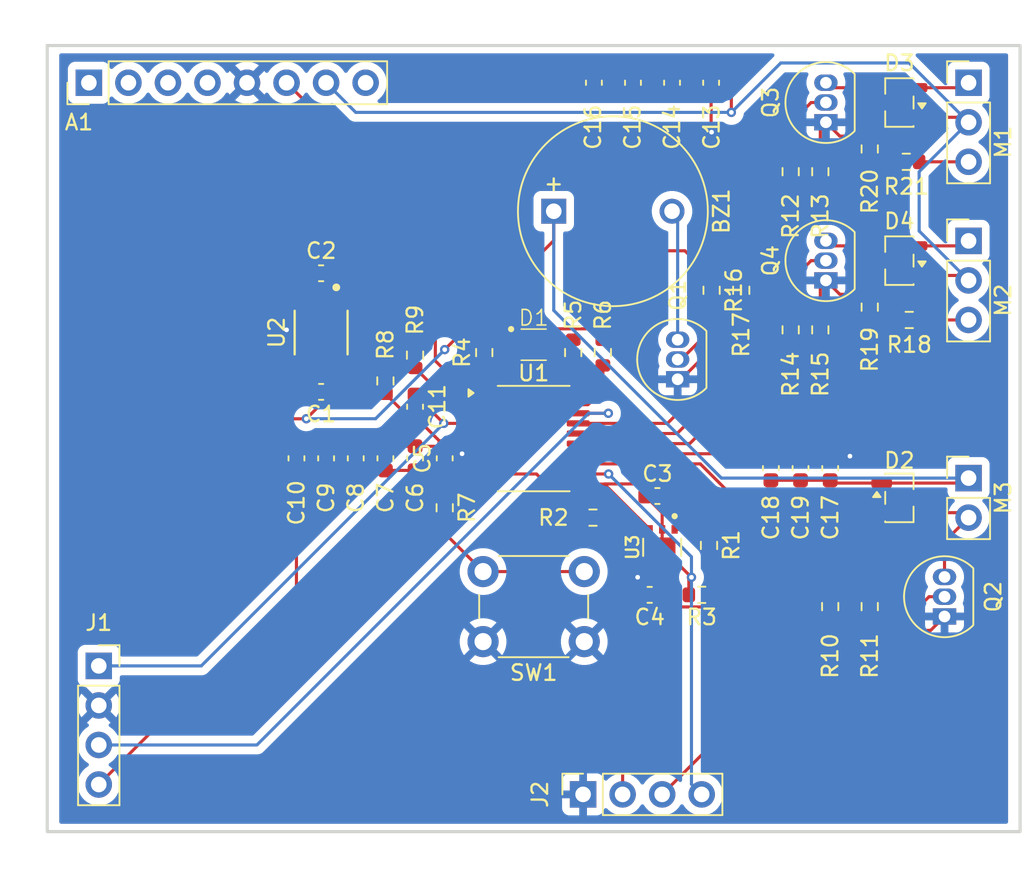
<source format=kicad_pcb>
(kicad_pcb (version 20241229) (generator "pcbnew") (generator_version "9.0")
  (layers (0 "F.Cu" signal) (2 "B.Cu" signal) (13 "F.Paste" user) (15 "B.Paste" user) (5 "F.SilkS" user "F.Silkscreen") (7 "B.SilkS" user "B.Silkscreen") (1 "F.Mask" user) (3 "B.Mask" user) (25 "Edge.Cuts" user))
  (net 0 "")
  (net 1 "+BATT")
  (net 2 "+5V")
  (net 6 "GND")
  (net 9 "+3V3")
  (net 10 "Net-(BZ1--)")
  (net 11 "Net-(U3-VDD)")
  (net 12 "Net-(U1-VCAP)")
  (net 13 "RESET")
  (net 14 "Net-(D1-RK)")
  (net 15 "Net-(D1-BK)")
  (net 16 "Net-(D1-GK)")
  (net 17 "SWIM")
  (net 18 "SCL")
  (net 19 "SDA")
  (net 20 "Net-(M1-Tacho)")
  (net 21 "Net-(D3-A)")
  (net 22 "Net-(D4-A)")
  (net 23 "Net-(M2-Tacho)")
  (net 24 "Net-(D2-A)")
  (net 25 "Net-(Q1-G)")
  (net 26 "Net-(Q2-G)")
  (net 27 "Net-(Q3-G)")
  (net 28 "Net-(Q4-G)")
  (net 29 "LED_RED")
  (net 30 "LED_GREEN")
  (net 31 "LED_BLUE")
  (net 32 "ERM_MOTOR")
  (net 33 "FAN_1")
  (net 34 "FAN_2")
  (net 35 "BUZZER")
  (net 36 "FAN_2_TACHO")
  (net 37 "FAN_1_TACHO")
  (net 39 "Net-(U1-PD6)")
  (net 40 "Net-(U1-PA3)")
  (footprint "Resistor_SMD:R_0603_1608Metric" (layer "F.Cu") (at 148.59 96.075 90)
    (property "Reference" "R5" (at 2.4125 0 90) (layer "F.SilkS"))
    (property "Value" "0")
    (pad "1" smd roundrect (at -0.825 0 90) (size 0.8 0.95) (layers "F.Cu" "F.Mask" "F.Paste") (net 30 "LED_GREEN"))
    (pad "2" smd roundrect (at 0.825 0 90) (size 0.8 0.95) (layers "F.Cu" "F.Mask" "F.Paste") (net 16 "Net-(D1-GK)"))
  )
  (footprint "Package_TO_SOT_THT:TO-92_Inline" (layer "F.Cu") (at 164.825 81.28 90)
    (property "Reference" "Q3" (at 1.27 -3.56 90) (layer "F.SilkS"))
    (property "Value" "2N7000")
    (pad "1" thru_hole rect (at 0 0 90) (size 1.05 1.5) (drill 0.75) (layers "*.Cu" "*.Mask") (net 6 "GND"))
    (pad "2" thru_hole oval (at 1.27 0 90) (size 1.05 1.5) (drill 0.75) (layers "*.Cu" "*.Mask") (net 27 "Net-(Q3-G)"))
    (pad "3" thru_hole oval (at 2.54 0 90) (size 1.05 1.5) (drill 0.75) (layers "*.Cu" "*.Mask") (net 21 "Net-(D3-A)"))
  )
  (footprint "Connector_PinHeader_2.54mm:PinHeader_1x03_P2.54mm_Vertical" (layer "F.Cu") (at 173.99 78.74)
    (property "Reference" "M1" (at 2.2225 3.81 90) (layer "F.SilkS"))
    (property "Value" "Fan_3pin")
    (pad "1" thru_hole rect (at 0 0) (size 1.7 1.7) (drill 1) (layers "*.Cu" "*.Mask") (net 21 "Net-(D3-A)"))
    (pad "2" thru_hole circle (at 0 2.54) (size 1.7 1.7) (drill 1) (layers "*.Cu" "*.Mask") (net 2 "+5V"))
    (pad "3" thru_hole circle (at 0 5.08) (size 1.7 1.7) (drill 1) (layers "*.Cu" "*.Mask") (net 20 "Net-(M1-Tacho)"))
  )
  (footprint "Resistor_SMD:R_0603_1608Metric" (layer "F.Cu") (at 142.875 96.075 90)
    (property "Reference" "R4" (at 0 -1.43 90) (layer "F.SilkS"))
    (property "Value" "62")
    (pad "1" smd roundrect (at -0.825 0 90) (size 0.8 0.95) (layers "F.Cu" "F.Mask" "F.Paste") (net 29 "LED_RED"))
    (pad "2" smd roundrect (at 0.825 0 90) (size 0.8 0.95) (layers "F.Cu" "F.Mask" "F.Paste") (net 14 "Net-(D1-RK)"))
  )
  (footprint "footprints:XCDR_SGP40-D-R4" (layer "F.Cu") (at 154.305 108.585 -90)
    (property "Reference" "U3" (at 0 1.905 90) (layer "F.SilkS") (effects (font (size 0.8 0.8))))
    (property "Value" "SGP40-D-R4")
    (pad "1" smd rect (at -1.15 -0.8 270) (size 0.55 0.4) (layers "F.Cu" "F.Mask" "F.Paste") (net 11 "Net-(U3-VDD)"))
    (pad "2" smd rect (at -1.15 0 270) (size 0.55 0.4) (layers "F.Cu" "F.Mask" "F.Paste") (net 6 "GND"))
    (pad "3" smd rect (at -1.15 0.8 270) (size 0.55 0.4) (layers "F.Cu" "F.Mask" "F.Paste") (net 19 "SDA"))
    (pad "4" smd rect (at 1.15 0.8 270) (size 0.55 0.4) (layers "F.Cu" "F.Mask" "F.Paste") (net 6 "GND"))
    (pad "5" smd rect (at 1.15 0 270) (size 0.55 0.4) (layers "F.Cu" "F.Mask" "F.Paste") (net 9 "+3V3"))
    (pad "6" smd rect (at 1.15 -0.8 270) (size 0.55 0.4) (layers "F.Cu" "F.Mask" "F.Paste") (net 18 "SCL"))
    (pad "7" smd custom (at 0 0 270) (size 1 1) (layers "F.Cu") (net 6 "GND") (options (clearance outline) (anchor rect)) (primitives (gr_poly (pts (xy -0.625 0.85) (xy -0.625 -0.55) (xy -0.325 -0.85) (xy 0.625 -0.85) (xy 0.625 0.85)) (width 0.01) (fill yes))))
  )
  (footprint "Resistor_SMD:R_0603_1608Metric" (layer "F.Cu") (at 157.315 108.465 -90)
    (property "Reference" "R1" (at 0 -1.435 90) (layer "F.SilkS"))
    (property "Value" "4.7")
    (pad "1" smd roundrect (at -0.825 0 270) (size 0.8 0.95) (layers "F.Cu" "F.Mask" "F.Paste") (net 11 "Net-(U3-VDD)"))
    (pad "2" smd roundrect (at 0.825 0 270) (size 0.8 0.95) (layers "F.Cu" "F.Mask" "F.Paste") (net 9 "+3V3"))
  )
  (footprint "Capacitor_SMD:C_0603_1608Metric" (layer "F.Cu") (at 165.1 103.505 90)
    (property "Reference" "C17" (at -3.175 0 90) (layer "F.SilkS"))
    (property "Value" "220 nF")
    (pad "1" smd roundrect (at -0.775 0 90) (size 0.9 0.95) (layers "F.Cu" "F.Mask" "F.Paste") (net 9 "+3V3"))
    (pad "2" smd roundrect (at 0.775 0 90) (size 0.9 0.95) (layers "F.Cu" "F.Mask" "F.Paste") (net 6 "GND"))
  )
  (footprint "footprints:T2133BGR" (layer "F.Cu") (at 146.05 95.5675 180)
    (property "Reference" "D1" (at 0 1.7225 0) (layer "F.SilkS") (effects (font (thickness 0.1))))
    (property "Value" "LED_ARGB")
    (pad "1" smd roundrect (at 0.8 0.5 180) (size 1 0.7) (layers "F.Cu" "F.Mask" "F.Paste") (roundrect_rratio 0.15) (net 9 "+3V3"))
    (pad "2" smd roundrect (at 0.8 -0.5 180) (size 1 0.7) (layers "F.Cu" "F.Mask" "F.Paste") (roundrect_rratio 0.15) (net 14 "Net-(D1-RK)"))
    (pad "3" smd roundrect (at -0.8 -0.5 180) (size 1 0.7) (layers "F.Cu" "F.Mask" "F.Paste") (roundrect_rratio 0.15) (net 16 "Net-(D1-GK)"))
    (pad "4" smd roundrect (at -0.8 0.5 180) (size 1 0.7) (layers "F.Cu" "F.Mask" "F.Paste") (roundrect_rratio 0.15) (net 15 "Net-(D1-BK)"))
  )
  (footprint "Capacitor_SMD:C_0603_1608Metric" (layer "F.Cu") (at 132.395001 90.980001 180)
    (property "Reference" "C2" (at -0.002499 1.445001 0) (layer "F.SilkS"))
    (property "Value" "1 uF")
    (pad "1" smd roundrect (at -0.775 0 180) (size 0.9 0.95) (layers "F.Cu" "F.Mask" "F.Paste") (net 1 "+BATT"))
    (pad "2" smd roundrect (at 0.775 0 180) (size 0.9 0.95) (layers "F.Cu" "F.Mask" "F.Paste") (net 6 "GND"))
  )
  (footprint "Package_TO_SOT_SMD:SOT-23-3" (layer "F.Cu") (at 169.545 80.01 180)
    (property "Reference" "D3" (at 0 2.54 0) (layer "F.SilkS"))
    (property "Value" "D_Schottky")
    (pad "1" smd roundrect (at -1.1375 -0.95 180) (size 1.325 0.6) (layers "F.Cu" "F.Mask" "F.Paste") (net 2 "+5V"))
    (pad "2" smd roundrect (at -1.1375 0.95 180) (size 1.325 0.6) (layers "F.Cu" "F.Mask" "F.Paste") (net 21 "Net-(D3-A)"))
    (pad "3" smd roundrect (at 1.1375 0 180) (size 1.325 0.6) (layers "F.Cu" "F.Mask" "F.Paste"))
  )
  (footprint "Connector_PinSocket_2.54mm:PinSocket_1x04_P2.54mm_Vertical" (layer "F.Cu") (at 149.225 124.46 90)
    (property "Reference" "J2" (at 0 -2.77 270) (layer "F.SilkS"))
    (property "Value" "I2C Breakout")
    (pad "1" thru_hole rect (at 0 0 90) (size 1.7 1.7) (drill 1) (layers "*.Cu" "*.Mask") (net 6 "GND"))
    (pad "2" thru_hole circle (at 0 2.54 90) (size 1.7 1.7) (drill 1) (layers "*.Cu" "*.Mask") (net 9 "+3V3"))
    (pad "3" thru_hole circle (at 0 5.08 90) (size 1.7 1.7) (drill 1) (layers "*.Cu" "*.Mask") (net 19 "SDA"))
    (pad "4" thru_hole circle (at 0 7.62 90) (size 1.7 1.7) (drill 1) (layers "*.Cu" "*.Mask") (net 18 "SCL"))
  )
  (footprint "Capacitor_SMD:C_0603_1608Metric" (layer "F.Cu") (at 153.505 111.64 180)
    (property "Reference" "C4" (at 0 -1.43 0) (layer "F.SilkS"))
    (property "Value" "1 uF")
    (pad "1" smd roundrect (at -0.775 0 180) (size 0.9 0.95) (layers "F.Cu" "F.Mask" "F.Paste") (net 9 "+3V3"))
    (pad "2" smd roundrect (at 0.775 0 180) (size 0.9 0.95) (layers "F.Cu" "F.Mask" "F.Paste") (net 6 "GND"))
  )
  (footprint "Resistor_SMD:R_0603_1608Metric" (layer "F.Cu") (at 167.64 82.995 90)
    (property "Reference" "R20" (at -2.73 0 90) (layer "F.SilkS"))
    (property "Value" "6.8k")
    (pad "1" smd roundrect (at -0.825 0 90) (size 0.8 0.95) (layers "F.Cu" "F.Mask" "F.Paste") (net 37 "FAN_1_TACHO"))
    (pad "2" smd roundrect (at 0.825 0 90) (size 0.8 0.95) (layers "F.Cu" "F.Mask" "F.Paste") (net 6 "GND"))
  )
  (footprint "Connector_PinHeader_2.54mm:PinHeader_1x03_P2.54mm_Vertical" (layer "F.Cu") (at 173.99 88.9)
    (property "Reference" "M2" (at 2.2225 3.81 90) (layer "F.SilkS"))
    (property "Value" "Fan_3pin")
    (pad "1" thru_hole rect (at 0 0) (size 1.7 1.7) (drill 1) (layers "*.Cu" "*.Mask") (net 22 "Net-(D4-A)"))
    (pad "2" thru_hole circle (at 0 2.54) (size 1.7 1.7) (drill 1) (layers "*.Cu" "*.Mask") (net 2 "+5V"))
    (pad "3" thru_hole circle (at 0 5.08) (size 1.7 1.7) (drill 1) (layers "*.Cu" "*.Mask") (net 23 "Net-(M2-Tacho)"))
  )
  (footprint "Resistor_SMD:R_0603_1608Metric" (layer "F.Cu") (at 140.335 106.045 -90)
    (property "Reference" "R7" (at 0 -1.43 90) (layer "F.SilkS"))
    (property "Value" "11k")
    (pad "1" smd roundrect (at -0.825 0 270) (size 0.8 0.95) (layers "F.Cu" "F.Mask" "F.Paste") (net 9 "+3V3"))
    (pad "2" smd roundrect (at 0.825 0 270) (size 0.8 0.95) (layers "F.Cu" "F.Mask" "F.Paste") (net 40 "Net-(U1-PA3)"))
  )
  (footprint "Resistor_SMD:R_0603_1608Metric" (layer "F.Cu") (at 167.64 112.395 -90)
    (property "Reference" "R11" (at 3.175 0 90) (layer "F.SilkS"))
    (property "Value" "220")
    (pad "1" smd roundrect (at -0.825 0 270) (size 0.8 0.95) (layers "F.Cu" "F.Mask" "F.Paste") (net 32 "ERM_MOTOR"))
    (pad "2" smd roundrect (at 0.825 0 270) (size 0.8 0.95) (layers "F.Cu" "F.Mask" "F.Paste") (net 26 "Net-(Q2-G)"))
  )
  (footprint "Package_TO_SOT_THT:TO-92_Inline" (layer "F.Cu") (at 155.3 97.79 90)
    (property "Reference" "Q1" (at 5.3975 0 90) (layer "F.SilkS"))
    (property "Value" "2N7000")
    (pad "1" thru_hole rect (at 0 0 90) (size 1.05 1.5) (drill 0.75) (layers "*.Cu" "*.Mask") (net 6 "GND"))
    (pad "2" thru_hole oval (at 1.27 0 90) (size 1.05 1.5) (drill 0.75) (layers "*.Cu" "*.Mask") (net 25 "Net-(Q1-G)"))
    (pad "3" thru_hole oval (at 2.54 0 90) (size 1.05 1.5) (drill 0.75) (layers "*.Cu" "*.Mask") (net 10 "Net-(BZ1--)"))
  )
  (footprint "Resistor_SMD:R_0603_1608Metric" (layer "F.Cu") (at 157.48 92.075 -90)
    (property "Reference" "R16" (at 0 -1.43 90) (layer "F.SilkS"))
    (property "Value" "220")
    (pad "1" smd roundrect (at -0.825 0 270) (size 0.8 0.95) (layers "F.Cu" "F.Mask" "F.Paste") (net 35 "BUZZER"))
    (pad "2" smd roundrect (at 0.825 0 270) (size 0.8 0.95) (layers "F.Cu" "F.Mask" "F.Paste") (net 25 "Net-(Q1-G)"))
  )
  (footprint "Capacitor_SMD:C_0603_1608Metric" (layer "F.Cu") (at 136.525 102.87 90)
    (property "Reference" "C7" (at -2.54 0 90) (layer "F.SilkS"))
    (property "Value" "100 nF")
    (pad "1" smd roundrect (at -0.775 0 90) (size 0.9 0.95) (layers "F.Cu" "F.Mask" "F.Paste") (net 9 "+3V3"))
    (pad "2" smd roundrect (at 0.775 0 90) (size 0.9 0.95) (layers "F.Cu" "F.Mask" "F.Paste") (net 6 "GND"))
  )
  (footprint "Capacitor_SMD:C_0603_1608Metric" (layer "F.Cu") (at 154.94 78.74 -90)
    (property "Reference" "C14" (at 2.8575 0 90) (layer "F.SilkS"))
    (property "Value" "1 uF")
    (pad "1" smd roundrect (at -0.775 0 270) (size 0.9 0.95) (layers "F.Cu" "F.Mask" "F.Paste") (net 2 "+5V"))
    (pad "2" smd roundrect (at 0.775 0 270) (size 0.9 0.95) (layers "F.Cu" "F.Mask" "F.Paste") (net 6 "GND"))
  )
  (footprint "Resistor_SMD:R_0603_1608Metric" (layer "F.Cu") (at 164.465 94.615 90)
    (property "Reference" "R15" (at -2.8575 0 90) (layer "F.SilkS"))
    (property "Value" "10k")
    (pad "1" smd roundrect (at -0.825 0 90) (size 0.8 0.95) (layers "F.Cu" "F.Mask" "F.Paste") (net 34 "FAN_2"))
    (pad "2" smd roundrect (at 0.825 0 90) (size 0.8 0.95) (layers "F.Cu" "F.Mask" "F.Paste") (net 6 "GND"))
  )
  (footprint "Capacitor_SMD:C_0603_1608Metric" (layer "F.Cu") (at 132.395001 98.600001 180)
    (property "Reference" "C1" (at 0 -1.43 0) (layer "F.SilkS"))
    (property "Value" "1 uF")
    (pad "1" smd roundrect (at -0.775 0 180) (size 0.9 0.95) (layers "F.Cu" "F.Mask" "F.Paste") (net 9 "+3V3"))
    (pad "2" smd roundrect (at 0.775 0 180) (size 0.9 0.95) (layers "F.Cu" "F.Mask" "F.Paste") (net 6 "GND"))
  )
  (footprint "Package_TO_SOT_SMD:SOT-23-3" (layer "F.Cu") (at 169.545 105.41)
    (property "Reference" "D2" (at 0 -2.4 0) (layer "F.SilkS"))
    (property "Value" "D_Schottky")
    (pad "1" smd roundrect (at -1.1375 -0.95) (size 1.325 0.6) (layers "F.Cu" "F.Mask" "F.Paste") (net 9 "+3V3"))
    (pad "2" smd roundrect (at -1.1375 0.95) (size 1.325 0.6) (layers "F.Cu" "F.Mask" "F.Paste") (net 24 "Net-(D2-A)"))
    (pad "3" smd roundrect (at 1.1375 0) (size 1.325 0.6) (layers "F.Cu" "F.Mask" "F.Paste"))
  )
  (footprint "Capacitor_SMD:C_0603_1608Metric" (layer "F.Cu") (at 130.81 102.87 90)
    (property "Reference" "C10" (at -2.8575 0 90) (layer "F.SilkS"))
    (property "Value" "1 uF")
    (pad "1" smd roundrect (at -0.775 0 90) (size 0.9 0.95) (layers "F.Cu" "F.Mask" "F.Paste") (net 9 "+3V3"))
    (pad "2" smd roundrect (at 0.775 0 90) (size 0.9 0.95) (layers "F.Cu" "F.Mask" "F.Paste") (net 6 "GND"))
  )
  (footprint "Resistor_SMD:R_0603_1608Metric" (layer "F.Cu") (at 167.64 93.155 90)
    (property "Reference" "R19" (at -2.73 0 90) (layer "F.SilkS"))
    (property "Value" "6.8k")
    (pad "1" smd roundrect (at -0.825 0 90) (size 0.8 0.95) (layers "F.Cu" "F.Mask" "F.Paste") (net 36 "FAN_2_TACHO"))
    (pad "2" smd roundrect (at 0.825 0 90) (size 0.8 0.95) (layers "F.Cu" "F.Mask" "F.Paste") (net 6 "GND"))
  )
  (footprint "Capacitor_SMD:C_0603_1608Metric" (layer "F.Cu") (at 157.45 78.74 -90)
    (property "Reference" "C13" (at 2.8575 -0.03 90) (layer "F.SilkS"))
    (property "Value" "100 nF")
    (pad "1" smd roundrect (at -0.775 0 270) (size 0.9 0.95) (layers "F.Cu" "F.Mask" "F.Paste") (net 2 "+5V"))
    (pad "2" smd roundrect (at 0.775 0 270) (size 0.9 0.95) (layers "F.Cu" "F.Mask" "F.Paste") (net 6 "GND"))
  )
  (footprint "Capacitor_SMD:C_0603_1608Metric" (layer "F.Cu") (at 152.43 78.74 -90)
    (property "Reference" "C15" (at 2.8575 0.03 90) (layer "F.SilkS"))
    (property "Value" "2.2 uF")
    (pad "1" smd roundrect (at -0.775 0 270) (size 0.9 0.95) (layers "F.Cu" "F.Mask" "F.Paste") (net 2 "+5V"))
    (pad "2" smd roundrect (at 0.775 0 270) (size 0.9 0.95) (layers "F.Cu" "F.Mask" "F.Paste") (net 6 "GND"))
  )
  (footprint "Package_SO:TSSOP-20_4.4x6.5mm_P0.65mm" (layer "F.Cu") (at 146.05 101.6)
    (property "Reference" "U1" (at 0 -4.2 0) (layer "F.SilkS"))
    (property "Value" "STM8S003F3P")
    (pad "1" smd roundrect (at -2.8625 -2.925) (size 1.475 0.4) (layers "F.Cu" "F.Mask" "F.Paste") (net 29 "LED_RED"))
    (pad "2" smd roundrect (at -2.8625 -2.275) (size 1.475 0.4) (layers "F.Cu" "F.Mask" "F.Paste") (net 35 "BUZZER"))
    (pad "3" smd roundrect (at -2.8625 -1.625) (size 1.475 0.4) (layers "F.Cu" "F.Mask" "F.Paste") (net 39 "Net-(U1-PD6)"))
    (pad "4" smd roundrect (at -2.8625 -0.975) (size 1.475 0.4) (layers "F.Cu" "F.Mask" "F.Paste") (net 13 "RESET"))
    (pad "5" smd roundrect (at -2.8625 -0.325) (size 1.475 0.4) (layers "F.Cu" "F.Mask" "F.Paste"))
    (pad "6" smd roundrect (at -2.8625 0.325) (size 1.475 0.4) (layers "F.Cu" "F.Mask" "F.Paste"))
    (pad "7" smd roundrect (at -2.8625 0.975) (size 1.475 0.4) (layers "F.Cu" "F.Mask" "F.Paste") (net 6 "GND"))
    (pad "8" smd roundrect (at -2.8625 1.625) (size 1.475 0.4) (layers "F.Cu" "F.Mask" "F.Paste") (net 12 "Net-(U1-VCAP)"))
    (pad "9" smd roundrect (at -2.8625 2.275) (size 1.475 0.4) (layers "F.Cu" "F.Mask" "F.Paste") (net 9 "+3V3"))
    (pad "10" smd roundrect (at -2.8625 2.925) (size 1.475 0.4) (layers "F.Cu" "F.Mask" "F.Paste") (net 40 "Net-(U1-PA3)"))
    (pad "11" smd roundrect (at 2.8625 2.925) (size 1.475 0.4) (layers "F.Cu" "F.Mask" "F.Paste") (net 19 "SDA"))
    (pad "12" smd roundrect (at 2.8625 2.275) (size 1.475 0.4) (layers "F.Cu" "F.Mask" "F.Paste") (net 18 "SCL"))
    (pad "13" smd roundrect (at 2.8625 1.625) (size 1.475 0.4) (layers "F.Cu" "F.Mask" "F.Paste") (net 32 "ERM_MOTOR"))
    (pad "14" smd roundrect (at 2.8625 0.975) (size 1.475 0.4) (layers "F.Cu" "F.Mask" "F.Paste") (net 36 "FAN_2_TACHO"))
    (pad "15" smd roundrect (at 2.8625 0.325) (size 1.475 0.4) (layers "F.Cu" "F.Mask" "F.Paste") (net 34 "FAN_2"))
    (pad "16" smd roundrect (at 2.8625 -0.325) (size 1.475 0.4) (layers "F.Cu" "F.Mask" "F.Paste") (net 37 "FAN_1_TACHO"))
    (pad "17" smd roundrect (at 2.8625 -0.975) (size 1.475 0.4) (layers "F.Cu" "F.Mask" "F.Paste") (net 33 "FAN_1"))
    (pad "18" smd roundrect (at 2.8625 -1.625) (size 1.475 0.4) (layers "F.Cu" "F.Mask" "F.Paste") (net 17 "SWIM"))
    (pad "19" smd roundrect (at 2.8625 -2.275) (size 1.475 0.4) (layers "F.Cu" "F.Mask" "F.Paste") (net 31 "LED_BLUE"))
    (pad "20" smd roundrect (at 2.8625 -2.925) (size 1.475 0.4) (layers "F.Cu" "F.Mask" "F.Paste") (net 30 "LED_GREEN"))
  )
  (footprint "Package_TO_SOT_SMD:SOT-23-3" (layer "F.Cu") (at 169.545 90.17 180)
    (property "Reference" "D4" (at 0 2.54 0) (layer "F.SilkS"))
    (property "Value" "D_Schottky")
    (pad "1" smd roundrect (at -1.1375 -0.95 180) (size 1.325 0.6) (layers "F.Cu" "F.Mask" "F.Paste") (net 2 "+5V"))
    (pad "2" smd roundrect (at -1.1375 0.95 180) (size 1.325 0.6) (layers "F.Cu" "F.Mask" "F.Paste") (net 22 "Net-(D4-A)"))
    (pad "3" smd roundrect (at 1.1375 0 180) (size 1.325 0.6) (layers "F.Cu" "F.Mask" "F.Paste"))
  )
  (footprint "Capacitor_SMD:C_0603_1608Metric" (layer "F.Cu") (at 149.92 78.74 -90)
    (property "Reference" "C16" (at 2.8575 0.06 90) (layer "F.SilkS"))
    (property "Value" "4.7 uF")
    (pad "1" smd roundrect (at -0.775 0 270) (size 0.9 0.95) (layers "F.Cu" "F.Mask" "F.Paste") (net 2 "+5V"))
    (pad "2" smd roundrect (at 0.775 0 270) (size 0.9 0.95) (layers "F.Cu" "F.Mask" "F.Paste") (net 6 "GND"))
  )
  (footprint "Capacitor_SMD:C_0603_1608Metric" (layer "F.Cu") (at 161.29 103.505 90)
    (property "Reference" "C18" (at -3.175 0 90) (layer "F.SilkS"))
    (property "Value" "330 nF")
    (pad "1" smd roundrect (at -0.775 0 90) (size 0.9 0.95) (layers "F.Cu" "F.Mask" "F.Paste") (net 9 "+3V3"))
    (pad "2" smd roundrect (at 0.775 0 90) (size 0.9 0.95) (layers "F.Cu" "F.Mask" "F.Paste") (net 6 "GND"))
  )
  (footprint "Capacitor_SMD:C_0603_1608Metric" (layer "F.Cu") (at 154 105.29)
    (property "Reference" "C3" (at 0 -1.43 0) (layer "F.SilkS"))
    (property "Value" "1 uF")
    (pad "1" smd roundrect (at -0.775 0) (size 0.9 0.95) (layers "F.Cu" "F.Mask" "F.Paste") (net 6 "GND"))
    (pad "2" smd roundrect (at 0.775 0) (size 0.9 0.95) (layers "F.Cu" "F.Mask" "F.Paste") (net 11 "Net-(U3-VDD)"))
  )
  (footprint "Connector_PinHeader_2.54mm:PinHeader_1x02_P2.54mm_Vertical" (layer "F.Cu") (at 173.99 104.14)
    (property "Reference" "M3" (at 2.2225 1.27 90) (layer "F.SilkS"))
    (property "Value" "Motor_DC")
    (pad "1" thru_hole rect (at 0 0) (size 1.7 1.7) (drill 1) (layers "*.Cu" "*.Mask") (net 9 "+3V3"))
    (pad "2" thru_hole circle (at 0 2.54) (size 1.7 1.7) (drill 1) (layers "*.Cu" "*.Mask") (net 24 "Net-(D2-A)"))
  )
  (footprint "Buzzer_Beeper:MagneticBuzzer_ProSignal_ABI-009-RC" (layer "F.Cu") (at 147.34 86.995)
    (property "Reference" "BZ1" (at 10.775 0 270) (layer "F.SilkS"))
    (property "Value" "WST-1208T")
    (fp_text user "+" (at 0 -1.8 0) (layer "F.SilkS"))
    (pad "1" thru_hole rect (at 0 0) (size 1.6 1.6) (drill 1) (layers "*.Cu" "*.Mask") (net 9 "+3V3"))
    (pad "2" thru_hole circle (at 7.6 0) (size 1.6 1.6) (drill 1) (layers "*.Cu" "*.Mask") (net 10 "Net-(BZ1--)"))
  )
  (footprint "Capacitor_SMD:C_0603_1608Metric" (layer "F.Cu") (at 138.43 102.87 90)
    (property "Reference" "C6" (at -2.54 0 90) (layer "F.SilkS"))
    (property "Value" "100 nF")
    (pad "1" smd roundrect (at -0.775 0 90) (size 0.9 0.95) (layers "F.Cu" "F.Mask" "F.Paste") (net 9 "+3V3"))
    (pad "2" smd roundrect (at 0.775 0 90) (size 0.9 0.95) (layers "F.Cu" "F.Mask" "F.Paste") (net 6 "GND"))
  )
  (footprint "Resistor_SMD:R_0603_1608Metric" (layer "F.Cu") (at 170.18 93.98)
    (property "Reference" "R18" (at 0 1.5875 0) (layer "F.SilkS"))
    (property "Value" "3.9k")
    (pad "1" smd roundrect (at -0.825 0) (size 0.8 0.95) (layers "F.Cu" "F.Mask" "F.Paste") (net 36 "FAN_2_TACHO"))
    (pad "2" smd roundrect (at 0.825 0) (size 0.8 0.95) (layers "F.Cu" "F.Mask" "F.Paste") (net 23 "Net-(M2-Tacho)"))
  )
  (footprint "Resistor_SMD:R_0603_1608Metric" (layer "F.Cu") (at 164.465 84.455 90)
    (property "Reference" "R13" (at -2.8575 0 90) (layer "F.SilkS"))
    (property "Value" "10k")
    (pad "1" smd roundrect (at -0.825 0 90) (size 0.8 0.95) (layers "F.Cu" "F.Mask" "F.Paste") (net 33 "FAN_1"))
    (pad "2" smd roundrect (at 0.825 0 90) (size 0.8 0.95) (layers "F.Cu" "F.Mask" "F.Paste") (net 6 "GND"))
  )
  (footprint "Capacitor_SMD:C_0603_1608Metric" (layer "F.Cu") (at 134.62 102.87 90)
    (property "Reference" "C8" (at -2.54 0 90) (layer "F.SilkS"))
    (property "Value" "100 nF")
    (pad "1" smd roundrect (at -0.775 0 90) (size 0.9 0.95) (layers "F.Cu" "F.Mask" "F.Paste") (net 9 "+3V3"))
    (pad "2" smd roundrect (at 0.775 0 90) (size 0.9 0.95) (layers "F.Cu" "F.Mask" "F.Paste") (net 6 "GND"))
  )
  (footprint "Resistor_SMD:R_0603_1608Metric" (layer "F.Cu") (at 162.56 84.455 90)
    (property "Reference" "R12" (at -2.8575 0 90) (layer "F.SilkS"))
    (property "Value" "220")
    (pad "1" smd roundrect (at -0.825 0 90) (size 0.8 0.95) (layers "F.Cu" "F.Mask" "F.Paste") (net 33 "FAN_1"))
    (pad "2" smd roundrect (at 0.825 0 90) (size 0.8 0.95) (layers "F.Cu" "F.Mask" "F.Paste") (net 27 "Net-(Q3-G)"))
  )
  (footprint "Package_TO_SOT_THT:TO-92_Inline" (layer "F.Cu") (at 172.445 113.03 90)
    (property "Reference" "Q2" (at 1.27 3.1325 90) (layer "F.SilkS"))
    (property "Value" "2N7000")
    (pad "1" thru_hole rect (at 0 0 90) (size 1.05 1.5) (drill 0.75) (layers "*.Cu" "*.Mask") (net 6 "GND"))
    (pad "2" thru_hole oval (at 1.27 0 90) (size 1.05 1.5) (drill 0.75) (layers "*.Cu" "*.Mask") (net 26 "Net-(Q2-G)"))
    (pad "3" thru_hole oval (at 2.54 0 90) (size 1.05 1.5) (drill 0.75) (layers "*.Cu" "*.Mask") (net 24 "Net-(D2-A)"))
  )
  (footprint "Button_Switch_THT:SW_PUSH_6mm_H5mm" (layer "F.Cu") (at 149.3 114.645 180)
    (property "Reference" "SW1" (at 3.25 -2 0) (layer "F.SilkS"))
    (property "Value" "SW_Push")
    (pad "1" thru_hole circle (at 0 0 270) (size 2 2) (drill 1.1) (layers "*.Cu" "*.Mask") (net 6 "GND"))
    (pad "1" thru_hole circle (at 6.5 0 270) (size 2 2) (drill 1.1) (layers "*.Cu" "*.Mask") (net 6 "GND"))
    (pad "2" thru_hole circle (at 0 4.5 270) (size 2 2) (drill 1.1) (layers "*.Cu" "*.Mask") (net 40 "Net-(U1-PA3)"))
    (pad "2" thru_hole circle (at 6.5 4.5 270) (size 2 2) (drill 1.1) (layers "*.Cu" "*.Mask") (net 40 "Net-(U1-PA3)"))
  )
  (footprint "Resistor_SMD:R_0603_1608Metric" (layer "F.Cu") (at 159.385 92.075 -90)
    (property "Reference" "R17" (at 2.8575 0 90) (layer "F.SilkS"))
    (property "Value" "10k")
    (pad "1" smd roundrect (at -0.825 0 270) (size 0.8 0.95) (layers "F.Cu" "F.Mask" "F.Paste") (net 35 "BUZZER"))
    (pad "2" smd roundrect (at 0.825 0 270) (size 0.8 0.95) (layers "F.Cu" "F.Mask" "F.Paste") (net 6 "GND"))
  )
  (footprint "footprints:DBV0005A-IPC_A" (layer "F.Cu") (at 132.395001 94.790001 -90)
    (property "Reference" "U2" (at 0 2.855001 90) (layer "F.SilkS"))
    (property "Value" "TLV77333PDBVR")
    (pad "1" smd rect (at -1.150483 -0.950001 270) (size 1.805236 0.612132) (layers "F.Cu" "F.Mask" "F.Paste") (net 1 "+BATT"))
    (pad "2" smd rect (at -1.150483 0 270) (size 1.805236 0.612132) (layers "F.Cu" "F.Mask" "F.Paste") (net 6 "GND"))
    (pad "3" smd rect (at -1.150483 0.950001 270) (size 1.805236 0.612132) (layers "F.Cu" "F.Mask" "F.Paste") (net 1 "+BATT"))
    (pad "4" smd rect (at 1.150483 0.950001 270) (size 1.805236 0.612132) (layers "F.Cu" "F.Mask" "F.Paste") (net 6 "GND"))
    (pad "5" smd rect (at 1.150483 -0.950001 270) (size 1.805236 0.612132) (layers "F.Cu" "F.Mask" "F.Paste") (net 9 "+3V3"))
  )
  (footprint "Resistor_SMD:R_0603_1608Metric" (layer "F.Cu") (at 138.43 96.24 90)
    (property "Reference" "R9" (at 2.26 0 90) (layer "F.SilkS"))
    (property "Value" "3.3k")
    (pad "1" smd roundrect (at -0.825 0 90) (size 0.8 0.95) (layers "F.Cu" "F.Mask" "F.Paste") (net 39 "Net-(U1-PD6)"))
    (pad "2" smd roundrect (at 0.825 0 90) (size 0.8 0.95) (layers "F.Cu" "F.Mask" "F.Paste") (net 1 "+BATT"))
  )
  (footprint "Capacitor_SMD:C_0603_1608Metric" (layer "F.Cu") (at 140.335 102.87 90)
    (property "Reference" "C5" (at 0 -1.43 90) (layer "F.SilkS"))
    (property "Value" "2.2 uF")
    (pad "1" smd roundrect (at -0.775 0 90) (size 0.9 0.95) (layers "F.Cu" "F.Mask" "F.Paste") (net 12 "Net-(U1-VCAP)"))
    (pad "2" smd roundrect (at 0.775 0 90) (size 0.9 0.95) (layers "F.Cu" "F.Mask" "F.Paste") (net 6 "GND"))
  )
  (footprint "Resistor_SMD:R_0603_1608Metric" (layer "F.Cu") (at 169.99 83.82)
    (property "Reference" "R21" (at 0 1.5875 0) (layer "F.SilkS"))
    (property "Value" "3.9k")
    (pad "1" smd roundrect (at -0.825 0) (size 0.8 0.95) (layers "F.Cu" "F.Mask" "F.Paste") (net 37 "FAN_1_TACHO"))
    (pad "2" smd roundrect (at 0.825 0) (size 0.8 0.95) (layers "F.Cu" "F.Mask" "F.Paste") (net 20 "Net-(M1-Tacho)"))
  )
  (footprint "Capacitor_SMD:C_0603_1608Metric" (layer "F.Cu") (at 132.715 102.87 90)
    (property "Reference" "C9" (at -2.54 0 90) (layer "F.SilkS"))
    (property "Value" "100 nF")
    (pad "1" smd roundrect (at -0.775 0 90) (size 0.9 0.95) (layers "F.Cu" "F.Mask" "F.Paste") (net 9 "+3V3"))
    (pad "2" smd roundrect (at 0.775 0 90) (size 0.9 0.95) (layers "F.Cu" "F.Mask" "F.Paste") (net 6 "GND"))
  )
  (footprint "Capacitor_SMD:C_0603_1608Metric" (layer "F.Cu") (at 138.43 99.555 -90)
    (property "Reference" "C11" (at 0 -1.43 90) (layer "F.SilkS"))
    (property "Value" "100 nF")
    (pad "1" smd roundrect (at -0.775 0 270) (size 0.9 0.95) (layers "F.Cu" "F.Mask" "F.Paste") (net 13 "RESET"))
    (pad "2" smd roundrect (at 0.775 0 270) (size 0.9 0.95) (layers "F.Cu" "F.Mask" "F.Paste") (net 6 "GND"))
  )
  (footprint "Resistor_SMD:R_0603_1608Metric" (layer "F.Cu") (at 156.845 111.64 180)
    (property "Reference" "R3" (at 0 -1.43 0) (layer "F.SilkS"))
    (property "Value" "1k")
    (pad "1" smd roundrect (at -0.825 0 180) (size 0.8 0.95) (layers "F.Cu" "F.Mask" "F.Paste") (net 9 "+3V3"))
    (pad "2" smd roundrect (at 0.825 0 180) (size 0.8 0.95) (layers "F.Cu" "F.Mask" "F.Paste") (net 18 "SCL"))
  )
  (footprint "Connector_PinHeader_2.54mm:PinHeader_1x08_P2.54mm_Vertical" (layer "F.Cu") (at 117.475 78.74 90)
    (property "Reference" "A1" (at -2.54 -0.635 180) (layer "F.SilkS"))
    (property "Value" "Adafruit 6106")
    (pad "1" thru_hole rect (at 0 0 90) (size 1.7 1.7) (drill 1) (layers "*.Cu" "*.Mask"))
    (pad "2" thru_hole circle (at 0 2.54 90) (size 1.7 1.7) (drill 1) (layers "*.Cu" "*.Mask"))
    (pad "3" thru_hole circle (at 0 5.08 90) (size 1.7 1.7) (drill 1) (layers "*.Cu" "*.Mask"))
    (pad "4" thru_hole circle (at 0 7.62 90) (size 1.7 1.7) (drill 1) (layers "*.Cu" "*.Mask"))
    (pad "5" thru_hole circle (at 0 10.16 90) (size 1.7 1.7) (drill 1) (layers "*.Cu" "*.Mask") (net 6 "GND"))
    (pad "6" thru_hole circle (at 0 12.7 90) (size 1.7 1.7) (drill 1) (layers "*.Cu" "*.Mask") (net 1 "+BATT"))
    (pad "7" thru_hole circle (at 0 15.24 90) (size 1.7 1.7) (drill 1) (layers "*.Cu" "*.Mask") (net 2 "+5V"))
    (pad "8" thru_hole circle (at 0 17.78 90) (size 1.7 1.7) (drill 1) (layers "*.Cu" "*.Mask"))
  )
  (footprint "Capacitor_SMD:C_0603_1608Metric" (layer "F.Cu") (at 163.195 103.505 90)
    (property "Reference" "C19" (at -3.175 0 90) (layer "F.SilkS"))
    (property "Value" "470 nF")
    (pad "1" smd roundrect (at -0.775 0 90) (size 0.9 0.95) (layers "F.Cu" "F.Mask" "F.Paste") (net 9 "+3V3"))
    (pad "2" smd roundrect (at 0.775 0 90) (size 0.9 0.95) (layers "F.Cu" "F.Mask" "F.Paste") (net 6 "GND"))
  )
  (footprint "Connector_PinSocket_2.54mm:PinSocket_1x04_P2.54mm_Vertical" (layer "F.Cu") (at 118.11 116.205)
    (property "Reference" "J1" (at 0 -2.77 0) (layer "F.SilkS"))
    (property "Value" "SWIM Connector")
    (pad "1" thru_hole rect (at 0 0) (size 1.7 1.7) (drill 1) (layers "*.Cu" "*.Mask") (net 13 "RESET"))
    (pad "2" thru_hole circle (at 0 2.54) (size 1.7 1.7) (drill 1) (layers "*.Cu" "*.Mask") (net 6 "GND"))
    (pad "3" thru_hole circle (at 0 5.08) (size 1.7 1.7) (drill 1) (layers "*.Cu" "*.Mask") (net 17 "SWIM"))
    (pad "4" thru_hole circle (at 0 7.62) (size 1.7 1.7) (drill 1) (layers "*.Cu" "*.Mask") (net 9 "+3V3"))
  )
  (footprint "Resistor_SMD:R_0603_1608Metric" (layer "F.Cu") (at 136.525 97.8975 -90)
    (property "Reference" "R8" (at -2.33 0 90) (layer "F.SilkS"))
    (property "Value" "10k")
    (pad "1" smd roundrect (at -0.825 0 270) (size 0.8 0.95) (layers "F.Cu" "F.Mask" "F.Paste") (net 39 "Net-(U1-PD6)"))
    (pad "2" smd roundrect (at 0.825 0 270) (size 0.8 0.95) (layers "F.Cu" "F.Mask" "F.Paste") (net 6 "GND"))
  )
  (footprint "Package_TO_SOT_THT:TO-92_Inline" (layer "F.Cu") (at 164.825 91.44 90)
    (property "Reference" "Q4" (at 1.27 -3.56 90) (layer "F.SilkS"))
    (property "Value" "2N7000")
    (pad "1" thru_hole rect (at 0 0 90) (size 1.05 1.5) (drill 0.75) (layers "*.Cu" "*.Mask") (net 6 "GND"))
    (pad "2" thru_hole oval (at 1.27 0 90) (size 1.05 1.5) (drill 0.75) (layers "*.Cu" "*.Mask") (net 28 "Net-(Q4-G)"))
    (pad "3" thru_hole oval (at 2.54 0 90) (size 1.05 1.5) (drill 0.75) (layers "*.Cu" "*.Mask") (net 22 "Net-(D4-A)"))
  )
  (footprint "Resistor_SMD:R_0603_1608Metric" (layer "F.Cu") (at 165.1 112.395 -90)
    (property "Reference" "R10" (at 3.175 0 90) (layer "F.SilkS"))
    (property "Value" "10k")
    (pad "1" smd roundrect (at -0.825 0 270) (size 0.8 0.95) (layers "F.Cu" "F.Mask" "F.Paste") (net 32 "ERM_MOTOR"))
    (pad "2" smd roundrect (at 0.825 0 270) (size 0.8 0.95) (layers "F.Cu" "F.Mask" "F.Paste") (net 6 "GND"))
  )
  (footprint "Resistor_SMD:R_0603_1608Metric" (layer "F.Cu") (at 149.86 106.68)
    (property "Reference" "R2" (at -2.54 0 0) (layer "F.SilkS"))
    (property "Value" "1k")
    (pad "1" smd roundrect (at -0.825 0) (size 0.8 0.95) (layers "F.Cu" "F.Mask" "F.Paste") (net 9 "+3V3"))
    (pad "2" smd roundrect (at 0.825 0) (size 0.8 0.95) (layers "F.Cu" "F.Mask" "F.Paste") (net 19 "SDA"))
  )
  (footprint "Resistor_SMD:R_0603_1608Metric" (layer "F.Cu") (at 150.495 96.075 90)
    (property "Reference" "R6" (at 2.4125 0 90) (layer "F.SilkS"))
    (property "Value" "0")
    (pad "1" smd roundrect (at -0.825 0 90) (size 0.8 0.95) (layers "F.Cu" "F.Mask" "F.Paste") (net 31 "LED_BLUE"))
    (pad "2" smd roundrect (at 0.825 0 90) (size 0.8 0.95) (layers "F.Cu" "F.Mask" "F.Paste") (net 15 "Net-(D1-BK)"))
  )
  (footprint "Resistor_SMD:R_0603_1608Metric" (layer "F.Cu") (at 162.56 94.615 90)
    (property "Reference" "R14" (at -2.8575 0 90) (layer "F.SilkS"))
    (property "Value" "220")
    (pad "1" smd roundrect (at -0.825 0 90) (size 0.8 0.95) (layers "F.Cu" "F.Mask" "F.Paste") (net 34 "FAN_2"))
    (pad "2" smd roundrect (at 0.825 0 90) (size 0.8 0.95) (layers "F.Cu" "F.Mask" "F.Paste") (net 28 "Net-(Q4-G)"))
  )
  (gr_rect (start 114.8 76.35) (end 177.3 126.85) (stroke (width 0.2)) (fill no) (layer "Edge.Cuts"))
  (segment (start 138.43 95.415) (end 135.120484 95.415) (width 0.2) (layer "F.Cu") (net 1))
  (segment (start 133.170001 81.735001) (end 130.175 78.74) (width 0.2) (layer "F.Cu") (net 1))
  (segment (start 133.345002 92.5369) (end 133.345002 93.639518) (width 0.2) (layer "F.Cu") (net 1))
  (segment (start 131.445 93.639518) (end 131.445 92.778835) (width 0.2) (layer "F.Cu") (net 1))
  (segment (start 133.170001 92.138103) (end 133.170001 90.980001) (width 0.2) (layer "F.Cu") (net 1))
  (segment (start 133.170001 92.361899) (end 133.345002 92.5369) (width 0.2) (layer "F.Cu") (net 1))
  (segment (start 133.170001 92.138103) (end 133.170001 92.361899) (width 0.2) (layer "F.Cu") (net 1))
  (segment (start 133.058103 92.250001) (end 133.170001 92.361899) (width 0.2) (layer "F.Cu") (net 1))
  (segment (start 131.445 92.778835) (end 131.973834 92.250001) (width 0.2) (layer "F.Cu") (net 1))
  (segment (start 133.170001 90.980001) (end 133.170001 81.735001) (width 0.2) (layer "F.Cu") (net 1))
  (segment (start 135.120484 95.415) (end 133.345002 93.639518) (width 0.2) (layer "F.Cu") (net 1))
  (segment (start 131.973834 92.250001) (end 133.058103 92.250001) (width 0.2) (layer "F.Cu") (net 1))
  (segment (start 158.75 79.265) (end 157.45 77.965) (width 0.2) (layer "F.Cu") (net 2))
  (segment (start 170.6825 91.12) (end 173.67 91.12) (width 0.2) (layer "F.Cu") (net 2))
  (segment (start 157.45 77.965) (end 149.92 77.965) (width 0.2) (layer "F.Cu") (net 2))
  (segment (start 170.55 80.96) (end 173.67 80.96) (width 0.2) (layer "F.Cu") (net 2))
  (segment (start 173.67 80.96) (end 173.99 81.28) (width 0.2) (layer "F.Cu") (net 2))
  (segment (start 173.67 91.12) (end 173.99 91.44) (width 0.2) (layer "F.Cu") (net 2))
  (segment (start 158.75 80.645) (end 158.75 79.265) (width 0.2) (layer "F.Cu") (net 2))
  (via (at 158.75 80.645) (size 0.6) (drill 0.3) (layers "F.Cu" "B.Cu") (net 2))
  (segment (start 158.75 80.645) (end 134.62 80.645) (width 0.2) (layer "B.Cu") (net 2))
  (segment (start 170.18 77.47) (end 161.925 77.47) (width 0.2) (layer "B.Cu") (net 2))
  (segment (start 173.99 81.28) (end 170.18 77.47) (width 0.2) (layer "B.Cu") (net 2))
  (segment (start 173.99 91.44) (end 170.815 88.265) (width 0.2) (layer "B.Cu") (net 2))
  (segment (start 134.62 80.645) (end 132.715 78.74) (width 0.2) (layer "B.Cu") (net 2))
  (segment (start 170.815 84.455) (end 173.99 81.28) (width 0.2) (layer "B.Cu") (net 2))
  (segment (start 170.815 88.265) (end 170.815 84.455) (width 0.2) (layer "B.Cu") (net 2))
  (segment (start 161.925 77.47) (end 158.75 80.645) (width 0.2) (layer "B.Cu") (net 2))
  (segment (start 140.335 102.095) (end 130.81 102.095) (width 0.2) (layer "F.Cu") (net 6))
  (segment (start 138.57 100.33) (end 140.335 102.095) (width 0.2) (layer "F.Cu") (net 6))
  (segment (start 155.525 97.79) (end 155.3 97.79) (width 0.2) (layer "F.Cu") (net 6))
  (segment (start 164.465 81.64) (end 164.825 81.28) (width 0.2) (layer "F.Cu") (net 6))
  (segment (start 167.64 82.17) (end 165.715 82.17) (width 0.2) (layer "F.Cu") (net 6))
  (segment (start 167.64 92.33) (end 165.715 92.33) (width 0.2) (layer "F.Cu") (net 6))
  (segment (start 161.29 102.73) (end 165.1 102.73) (width 0.2) (layer "F.Cu") (net 6))
  (segment (start 138.1325 100.33) (end 138.43 100.33) (width 0.2) (layer "F.Cu") (net 6))
  (segment (start 171.554 113.921) (end 172.445 113.03) (width 0.2) (layer "F.Cu") (net 6))
  (segment (start 165.715 92.33) (end 164.825 91.44) (width 0.2) (layer "F.Cu") (net 6))
  (segment (start 140.97 102.095) (end 141.45 102.575) (width 0.2) (layer "F.Cu") (net 6))
  (segment (start 165.715 82.17) (end 164.825 81.28) (width 0.2) (layer "F.Cu") (net 6))
  (segment (start 149.92 79.515) (end 157.45 79.515) (width 0.2) (layer "F.Cu") (net 6))
  (segment (start 138.43 100.33) (end 138.57 100.33) (width 0.2) (layer "F.Cu") (net 6))
  (segment (start 136.525 98.7225) (end 138.1325 100.33) (width 0.2) (layer "F.Cu") (net 6))
  (segment (start 152.73 111.64) (end 152.73 110.51) (width 0.2) (layer "F.Cu") (net 6))
  (segment (start 140.335 102.095) (end 140.97 102.095) (width 0.2) (layer "F.Cu") (net 6))
  (segment (start 154.305 108.585) (end 153.505 109.385) (width 0.2) (layer "F.Cu") (net 6))
  (segment (start 131.445 95.940484) (end 132.395001 94.990483) (width 0.2) (layer "F.Cu") (net 6))
  (segment (start 159.385 93.93) (end 155.525 97.79) (width 0.2) (layer "F.Cu") (net 6))
  (segment (start 130.175 94.670484) (end 131.445 95.940484) (width 0.2) (layer "F.Cu") (net 6))
  (segment (start 153.225 105.29) (end 154.305 106.37) (width 0.2) (layer "F.Cu") (net 6))
  (segment (start 164.465 91.8) (end 164.825 91.44) (width 0.2) (layer "F.Cu") (net 6))
  (segment (start 132.395001 94.990483) (end 132.395001 93.639518) (width 0.2) (layer "F.Cu") (net 6))
  (segment (start 143.1875 102.575) (end 141.45 102.575) (width 0.2) (layer "F.Cu") (net 6))
  (segment (start 154.305 107.435) (end 154.305 108.585) (width 0.2) (layer "F.Cu") (net 6))
  (segment (start 166.37 102.73) (end 165.1 102.73) (width 0.2) (layer "F.Cu") (net 6))
  (segment (start 154.305 106.37) (end 154.305 107.435) (width 0.2) (layer "F.Cu") (net 6))
  (segment (start 157.45 79.515) (end 157.45 81.885) (width 0.2) (layer "F.Cu") (net 6))
  (segment (start 165.801 113.921) (end 171.554 113.921) (width 0.2) (layer "F.Cu") (net 6))
  (segment (start 165.1 113.22) (end 165.801 113.921) (width 0.2) (layer "F.Cu") (net 6))
  (segment (start 164.465 93.79) (end 164.465 91.8) (width 0.2) (layer "F.Cu") (net 6))
  (segment (start 131.445 95.940484) (end 131.445 98.425) (width 0.2) (layer "F.Cu") (net 6))
  (segment (start 130.175 94.615) (end 130.175 92.425002) (width 0.2) (layer "F.Cu") (net 6))
  (segment (start 164.465 83.63) (end 164.465 81.64) (width 0.2) (layer "F.Cu") (net 6))
  (segment (start 130.175 94.615) (end 130.175 94.670484) (width 0.2) (layer "F.Cu") (net 6))
  (segment (start 153.505 109.385) (end 153.505 109.735) (width 0.2) (layer "F.Cu") (net 6))
  (segment (start 159.385 92.9) (end 159.385 93.93) (width 0.2) (layer "F.Cu") (net 6))
  (segment (start 157.45 81.885) (end 157.48 81.915) (width 0.2) (layer "F.Cu") (net 6))
  (segment (start 131.445 98.425) (end 131.620001 98.600001) (width 0.2) (layer "F.Cu") (net 6))
  (segment (start 130.175 92.425002) (end 131.620001 90.980001) (width 0.2) (layer "F.Cu") (net 6))
  (segment (start 152.73 110.51) (end 153.505 109.735) (width 0.2) (layer "F.Cu") (net 6))
  (via (at 130.175 94.615) (size 0.6) (drill 0.3) (layers "F.Cu" "B.Cu") (net 6))
  (via (at 166.37 102.73) (size 0.6) (drill 0.3) (layers "F.Cu" "B.Cu") (net 6))
  (via (at 157.48 81.915) (size 0.6) (drill 0.3) (layers "F.Cu" "B.Cu") (net 6))
  (via (at 141.45 102.575) (size 0.6) (drill 0.3) (layers "F.Cu" "B.Cu") (net 6))
  (via (at 152.73 110.51) (size 0.6) (drill 0.3) (layers "F.Cu" "B.Cu") (net 6))
  (segment (start 140.335 95.885) (end 141.671 94.549) (width 0.2) (layer "F.Cu") (net 9))
  (segment (start 151.765 111.90011) (end 152.28089 112.416) (width 0.2) (layer "F.Cu") (net 9))
  (segment (start 138.43 103.645) (end 130.81 103.645) (width 0.2) (layer "F.Cu") (net 9))
  (segment (start 130.175 100.33) (end 129.54 100.965) (width 0.2) (layer "F.Cu") (net 9))
  (segment (start 149.035 106.9025) (end 151.765 109.6325) (width 0.2) (layer "F.Cu") (net 9))
  (segment (start 133.345002 95.940484) (end 133.345002 98.425) (width 0.2) (layer "F.Cu") (net 9))
  (segment (start 147.34 88.88) (end 141.671 94.549) (width 0.2) (layer "F.Cu") (net 9))
  (segment (start 141.671 94.549) (end 144.7315 94.549) (width 0.2) (layer "F.Cu") (net 9))
  (segment (start 141.349 104.396) (end 139.181 104.396) (width 0.2) (layer "F.Cu") (net 9))
  (segment (start 149.035 106.68) (end 146.23 103.875) (width 0.2) (layer "F.Cu") (net 9))
  (segment (start 157.67 109.645) (end 157.315 109.29) (width 0.2) (layer "F.Cu") (net 9))
  (segment (start 152.28089 112.416) (end 153.504 112.416) (width 0.2) (layer "F.Cu") (net 9))
  (segment (start 130.81 111.125) (end 130.81 103.645) (width 0.2) (layer "F.Cu") (net 9))
  (segment (start 143.1875 103.875) (end 141.87 103.875) (width 0.2) (layer "F.Cu") (net 9))
  (segment (start 154.305 109.735) (end 154.305 111.615) (width 0.2) (layer "F.Cu") (net 9))
  (segment (start 157.67 111.64) (end 157.67 109.645) (width 0.2) (layer "F.Cu") (net 9))
  (segment (start 141.87 103.875) (end 141.349 104.396) (width 0.2) (layer "F.Cu") (net 9))
  (segment (start 140.335 105.22) (end 140.525 105.22) (width 0.2) (layer "F.Cu") (net 9))
  (segment (start 133.345002 98.425) (end 133.170001 98.600001) (width 0.2) (layer "F.Cu") (net 9))
  (segment (start 130.12125 103.645) (end 130.81 103.645) (width 0.2) (layer "F.Cu") (net 9))
  (segment (start 129.54 103.06375) (end 130.12125 103.645) (width 0.2) (layer "F.Cu") (net 9))
  (segment (start 139.181 104.396) (end 138.43 103.645) (width 0.2) (layer "F.Cu") (net 9))
  (segment (start 154.28 111.64) (end 155.056 112.416) (width 0.2) (layer "F.Cu") (net 9))
  (segment (start 144.7315 94.549) (end 145.25 95.0675) (width 0.2) (layer "F.Cu") (net 9))
  (segment (start 118.11 123.825) (end 130.81 111.125) (width 0.2) (layer "F.Cu") (net 9))
  (segment (start 151.765 124.46) (end 151.765 111.90011) (width 0.2) (layer "F.Cu") (net 9))
  (segment (start 165.1 104.28) (end 161.29 104.28) (width 0.2) (layer "F.Cu") (net 9))
  (segment (start 154.305 111.615) (end 154.28 111.64) (width 0.2) (layer "F.Cu") (net 9))
  (segment (start 153.504 112.416) (end 154.28 111.64) (width 0.2) (layer "F.Cu") (net 9))
  (segment (start 168.4075 104.46) (end 173.67 104.46) (width 0.2) (layer "F.Cu") (net 9))
  (segment (start 131.445 100.33) (end 130.175 100.33) (width 0.2) (layer "F.Cu") (net 9))
  (segment (start 165.28 104.46) (end 165.1 104.28) (width 0.2) (layer "F.Cu") (net 9))
  (segment (start 129.54 100.965) (end 129.54 103.06375) (width 0.2) (layer "F.Cu") (net 9))
  (segment (start 149.035 106.68) (end 149.035 106.9025) (width 0.2) (layer "F.Cu") (net 9))
  (segment (start 168.4075 104.46) (end 165.28 104.46) (width 0.2) (layer "F.Cu") (net 9))
  (segment (start 155.056 112.416) (end 156.894 112.416) (width 0.2) (layer "F.Cu") (net 9))
  (segment (start 133.170001 98.600001) (end 131.445 100.325002) (width 0.2) (layer "F.Cu") (net 9))
  (segment (start 131.445 100.325002) (end 131.445 100.33) (width 0.2) (layer "F.Cu") (net 9))
  (segment (start 173.67 104.46) (end 173.99 104.14) (width 0.2) (layer "F.Cu") (net 9))
  (segment (start 147.34 86.995) (end 147.34 88.88) (width 0.2) (layer "F.Cu") (net 9))
  (segment (start 151.765 109.6325) (end 151.765 111.90011) (width 0.2) (layer "F.Cu") (net 9))
  (segment (start 146.23 103.875) (end 143.1875 103.875) (width 0.2) (layer "F.Cu") (net 9))
  (segment (start 156.894 112.416) (end 157.67 111.64) (width 0.2) (layer "F.Cu") (net 9))
  (segment (start 140.525 105.22) (end 141.349 104.396) (width 0.2) (layer "F.Cu") (net 9))
  (via (at 131.445 100.325002) (size 0.6) (drill 0.3) (layers "F.Cu" "B.Cu") (net 9))
  (via (at 140.335 95.885) (size 0.6) (drill 0.3) (layers "F.Cu" "B.Cu") (net 9))
  (segment (start 135.894998 100.325002) (end 140.335 95.885) (width 0.2) (layer "B.Cu") (net 9))
  (segment (start 131.445 100.325002) (end 135.894998 100.325002) (width 0.2) (layer "B.Cu") (net 9))
  (segment (start 147.34 93.365) (end 158.115 104.14) (width 0.2) (layer "B.Cu") (net 9))
  (segment (start 147.34 86.995) (end 147.34 93.365) (width 0.2) (layer "B.Cu") (net 9))
  (segment (start 158.115 104.14) (end 173.99 104.14) (width 0.2) (layer "B.Cu") (net 9))
  (segment (start 155.3 95.25) (end 155.3 87.355) (width 0.2) (layer "B.Cu") (net 10))
  (segment (start 155.3 87.355) (end 154.94 86.995) (width 0.2) (layer "B.Cu") (net 10))
  (segment (start 157.11 107.435) (end 157.315 107.64) (width 0.2) (layer "F.Cu") (net 11))
  (segment (start 154.775 105.29) (end 155.105 105.62) (width 0.2) (layer "F.Cu") (net 11))
  (segment (start 155.105 107.435) (end 157.11 107.435) (width 0.2) (layer "F.Cu") (net 11))
  (segment (start 155.105 105.62) (end 155.105 107.435) (width 0.2) (layer "F.Cu") (net 11))
  (segment (start 140.755 103.225) (end 143.1875 103.225) (width 0.2) (layer "F.Cu") (net 12))
  (segment (start 140.335 103.645) (end 140.755 103.225) (width 0.2) (layer "F.Cu") (net 12))
  (segment (start 140.275 100.625) (end 138.43 98.78) (width 0.2) (layer "F.Cu") (net 13))
  (segment (start 143.1875 100.625) (end 140.275 100.625) (width 0.2) (layer "F.Cu") (net 13))
  (via (at 140.275 100.625) (size 0.6) (drill 0.3) (layers "F.Cu" "B.Cu") (net 13))
  (segment (start 124.695 116.205) (end 118.11 116.205) (width 0.2) (layer "B.Cu") (net 13))
  (segment (start 140.275 100.625) (end 124.695 116.205) (width 0.2) (layer "B.Cu") (net 13))
  (segment (start 143.6925 96.0675) (end 142.875 95.25) (width 0.2) (layer "F.Cu") (net 14))
  (segment (start 145.25 96.0675) (end 143.6925 96.0675) (width 0.2) (layer "F.Cu") (net 14))
  (segment (start 146.85 95.0675) (end 147.3685 94.549) (width 0.2) (layer "F.Cu") (net 15))
  (segment (start 147.3685 94.549) (end 149.794 94.549) (width 0.2) (layer "F.Cu") (net 15))
  (segment (start 149.794 94.549) (end 150.495 95.25) (width 0.2) (layer "F.Cu") (net 15))
  (segment (start 146.85 96.0675) (end 147.7725 96.0675) (width 0.2) (layer "F.Cu") (net 16))
  (segment (start 147.7725 96.0675) (end 148.59 95.25) (width 0.2) (layer "F.Cu") (net 16))
  (segment (start 148.9125 99.975) (end 150.85 99.975) (width 0.2) (layer "F.Cu") (net 17))
  (via (at 150.85 99.975) (size 0.6) (drill 0.3) (layers "F.Cu" "B.Cu") (net 17))
  (segment (start 149.58 99.975) (end 128.27 121.285) (width 0.2) (layer "B.Cu") (net 17))
  (segment (start 128.27 121.285) (end 118.11 121.285) (width 0.2) (layer "B.Cu") (net 17))
  (segment (start 150.85 99.975) (end 149.58 99.975) (width 0.2) (layer "B.Cu") (net 17))
  (segment (start 155.41 109.735) (end 155.105 109.735) (width 0.2) (layer "F.Cu") (net 18))
  (segment (start 156.1875 110.5125) (end 155.41 109.735) (width 0.2) (layer "F.Cu") (net 18))
  (segment (start 156.02 110.68) (end 156.1875 110.5125) (width 0.2) (layer "F.Cu") (net 18))
  (segment (start 156.02 111.64) (end 156.02 110.68) (width 0.2) (layer "F.Cu") (net 18))
  (segment (start 150.865 103.875) (end 148.9125 103.875) (width 0.2) (layer "F.Cu") (net 18))
  (via (at 150.865 103.875) (size 0.6) (drill 0.3) (layers "F.Cu" "B.Cu") (net 18))
  (via (at 156.1875 110.5125) (size 0.6) (drill 0.3) (layers "F.Cu" "B.Cu") (net 18))
  (segment (start 156.1875 123.8025) (end 156.845 124.46) (width 0.2) (layer "B.Cu") (net 18))
  (segment (start 156.1875 110.5125) (end 156.1875 123.8025) (width 0.2) (layer "B.Cu") (net 18))
  (segment (start 156.1875 110.5125) (end 156.1875 109.1975) (width 0.2) (layer "B.Cu") (net 18))
  (segment (start 156.1875 109.1975) (end 150.865 103.875) (width 0.2) (layer "B.Cu") (net 18))
  (segment (start 150.595 104.525) (end 153.505 107.435) (width 0.2) (layer "F.Cu") (net 19))
  (segment (start 152.75 106.68) (end 153.505 107.435) (width 0.2) (layer "F.Cu") (net 19))
  (segment (start 150.685 106.68) (end 152.75 106.68) (width 0.2) (layer "F.Cu") (net 19))
  (segment (start 158.75 120.015) (end 158.75 107.315) (width 0.2) (layer "F.Cu") (net 19))
  (segment (start 154.305 124.46) (end 158.75 120.015) (width 0.2) (layer "F.Cu") (net 19))
  (segment (start 155.949 104.514) (end 150.606 104.514) (width 0.2) (layer "F.Cu") (net 19))
  (segment (start 150.606 104.514) (end 150.595 104.525) (width 0.2) (layer "F.Cu") (net 19))
  (segment (start 158.75 107.315) (end 155.949 104.514) (width 0.2) (layer "F.Cu") (net 19))
  (segment (start 148.9125 104.525) (end 150.595 104.525) (width 0.2) (layer "F.Cu") (net 19))
  (segment (start 173.99 83.82) (end 170.815 83.82) (width 0.2) (layer "F.Cu") (net 20))
  (segment (start 173.67 79.06) (end 173.99 78.74) (width 0.2) (layer "F.Cu") (net 21))
  (segment (start 165.145 79.06) (end 164.825 78.74) (width 0.2) (layer "F.Cu") (net 21))
  (segment (start 170.6825 79.06) (end 173.67 79.06) (width 0.2) (layer "F.Cu") (net 21))
  (segment (start 170.6825 79.06) (end 165.145 79.06) (width 0.2) (layer "F.Cu") (net 21))
  (segment (start 173.67 89.22) (end 173.99 88.9) (width 0.2) (layer "F.Cu") (net 22))
  (segment (start 170.6825 89.22) (end 165.145 89.22) (width 0.2) (layer "F.Cu") (net 22))
  (segment (start 165.145 89.22) (end 164.825 88.9) (width 0.2) (layer "F.Cu") (net 22))
  (segment (start 170.6825 89.22) (end 173.67 89.22) (width 0.2) (layer "F.Cu") (net 22))
  (segment (start 173.99 93.98) (end 171.005 93.98) (width 0.2) (layer "F.Cu") (net 23))
  (segment (start 173.67 106.36) (end 173.99 106.68) (width 0.2) (layer "F.Cu") (net 24))
  (segment (start 172.445 110.49) (end 172.445 108.225) (width 0.2) (layer "F.Cu") (net 24))
  (segment (start 168.4075 106.36) (end 173.67 106.36) (width 0.2) (layer "F.Cu") (net 24))
  (segment (start 172.445 108.225) (end 173.99 106.68) (width 0.2) (layer "F.Cu") (net 24))
  (segment (start 157.48 94.565) (end 157.48 92.9) (width 0.2) (layer "F.Cu") (net 25))
  (segment (start 155.525 96.52) (end 157.48 94.565) (width 0.2) (layer "F.Cu") (net 25))
  (segment (start 155.3 96.52) (end 155.525 96.52) (width 0.2) (layer "F.Cu") (net 25))
  (segment (start 172.445 111.76) (end 171.45 111.76) (width 0.2) (layer "F.Cu") (net 26))
  (segment (start 171.45 111.76) (end 169.99 113.22) (width 0.2) (layer "F.Cu") (net 26))
  (segment (start 169.99 113.22) (end 167.64 113.22) (width 0.2) (layer "F.Cu") (net 26))
  (segment (start 163.875 80.01) (end 164.825 80.01) (width 0.2) (layer "F.Cu") (net 27))
  (segment (start 162.56 83.63) (end 162.56 81.325) (width 0.2) (layer "F.Cu") (net 27))
  (segment (start 162.56 81.325) (end 163.875 80.01) (width 0.2) (layer "F.Cu") (net 27))
  (segment (start 162.56 91.485) (end 163.875 90.17) (width 0.2) (layer "F.Cu") (net 28))
  (segment (start 162.56 93.79) (end 162.56 91.485) (width 0.2) (layer "F.Cu") (net 28))
  (segment (start 163.875 90.17) (end 164.825 90.17) (width 0.2) (layer "F.Cu") (net 28))
  (segment (start 143.1875 98.675) (end 143.1875 97.2125) (width 0.2) (layer "F.Cu") (net 29))
  (segment (start 143.1875 97.2125) (end 142.875 96.9) (width 0.2) (layer "F.Cu") (net 29))
  (segment (start 148.9125 97.2225) (end 148.59 96.9) (width 0.2) (layer "F.Cu") (net 30))
  (segment (start 148.9125 98.675) (end 148.9125 97.2225) (width 0.2) (layer "F.Cu") (net 30))
  (segment (start 150.495 98.479999) (end 150.495 96.9) (width 0.2) (layer "F.Cu") (net 31))
  (segment (start 149.649999 99.325) (end 150.495 98.479999) (width 0.2) (layer "F.Cu") (net 31))
  (segment (start 148.9125 99.325) (end 149.649999 99.325) (width 0.2) (layer "F.Cu") (net 31))
  (segment (start 165.1 111.57) (end 156.755 103.225) (width 0.2) (layer "F.Cu") (net 32))
  (segment (start 156.755 103.225) (end 148.9125 103.225) (width 0.2) (layer "F.Cu") (net 32))
  (segment (start 167.64 111.57) (end 165.1 111.57) (width 0.2) (layer "F.Cu") (net 32))
  (segment (start 160.655 94.615) (end 160.655 87.185) (width 0.2) (layer "F.Cu") (net 33))
  (segment (start 162.56 85.28) (end 164.465 85.28) (width 0.2) (layer "F.Cu") (net 33))
  (segment (start 160.655 87.185) (end 162.56 85.28) (width 0.2) (layer "F.Cu") (net 33))
  (segment (start 154.645 100.625) (end 160.655 94.615) (width 0.2) (layer "F.Cu") (net 33))
  (segment (start 148.9125 100.625) (end 154.645 100.625) (width 0.2) (layer "F.Cu") (net 33))
  (segment (start 156.075 101.925) (end 148.9125 101.925) (width 0.2) (layer "F.Cu") (net 34))
  (segment (start 162.56 95.44) (end 156.075 101.925) (width 0.2) (layer "F.Cu") (net 34))
  (segment (start 164.465 95.44) (end 162.56 95.44) (width 0.2) (layer "F.Cu") (net 34))
  (segment (start 142.450001 99.325) (end 139.734 96.608999) (width 0.2) (layer "F.Cu") (net 35))
  (segment (start 155.765 89.535) (end 157.48 91.25) (width 0.2) (layer "F.Cu") (net 35))
  (segment (start 157.48 91.25) (end 159.385 91.25) (width 0.2) (layer "F.Cu") (net 35))
  (segment (start 149.225 85.09) (end 153.67 89.535) (width 0.2) (layer "F.Cu") (net 35))
  (segment (start 139.734 96.608999) (end 139.734 90.771) (width 0.2) (layer "F.Cu") (net 35))
  (segment (start 139.734 90.771) (end 145.415 85.09) (width 0.2) (layer "F.Cu") (net 35))
  (segment (start 145.415 85.09) (end 149.225 85.09) (width 0.2) (layer "F.Cu") (net 35))
  (segment (start 153.67 89.535) (end 155.765 89.535) (width 0.2) (layer "F.Cu") (net 35))
  (segment (start 143.1875 99.325) (end 142.450001 99.325) (width 0.2) (layer "F.Cu") (net 35))
  (segment (start 169.355 93.98) (end 167.64 93.98) (width 0.2) (layer "F.Cu") (net 36))
  (segment (start 167.64 93.98) (end 159.045 102.575) (width 0.2) (layer "F.Cu") (net 36))
  (segment (start 159.045 102.575) (end 148.9125 102.575) (width 0.2) (layer "F.Cu") (net 36))
  (segment (start 155.265 101.275) (end 148.9125 101.275) (width 0.2) (layer "F.Cu") (net 37))
  (segment (start 161.29 95.25) (end 155.265 101.275) (width 0.2) (layer "F.Cu") (net 37))
  (segment (start 161.29 90.17) (end 161.29 95.25) (width 0.2) (layer "F.Cu") (net 37))
  (segment (start 167.64 83.82) (end 161.29 90.17) (width 0.2) (layer "F.Cu") (net 37))
  (segment (start 169.165 83.82) (end 167.64 83.82) (width 0.2) (layer "F.Cu") (net 37))
  (segment (start 141.34 99.975) (end 138.43 97.065) (width 0.2) (layer "F.Cu") (net 39))
  (segment (start 138.43 97.065) (end 136.5325 97.065) (width 0.2) (layer "F.Cu") (net 39))
  (segment (start 143.1875 99.975) (end 141.34 99.975) (width 0.2) (layer "F.Cu") (net 39))
  (segment (start 136.5325 97.065) (end 136.525 97.0725) (width 0.2) (layer "F.Cu") (net 39))
  (segment (start 142.8 110.145) (end 140.335 107.68) (width 0.2) (layer "F.Cu") (net 40))
  (segment (start 143.1875 104.525) (end 142.68 104.525) (width 0.2) (layer "F.Cu") (net 40))
  (segment (start 140.335 107.68) (end 140.335 106.87) (width 0.2) (layer "F.Cu") (net 40))
  (segment (start 149.3 110.145) (end 142.8 110.145) (width 0.2) (layer "F.Cu") (net 40))
  (segment (start 142.68 104.525) (end 140.335 106.87) (width 0.2) (layer "F.Cu") (net 40))
  (zone (net 6) (net_name "GND") (layer "B.Cu") (connect_pads (clearance 0.5)) (min_thickness 0.25) (fill yes (thermal_gap 0.5) (thermal_bridge_width 0.5))
    (polygon (pts (xy 115.57 76.835) (xy 176.53 76.835) (xy 176.53 126.365) (xy 115.57 126.365)))
  )
)
</source>
